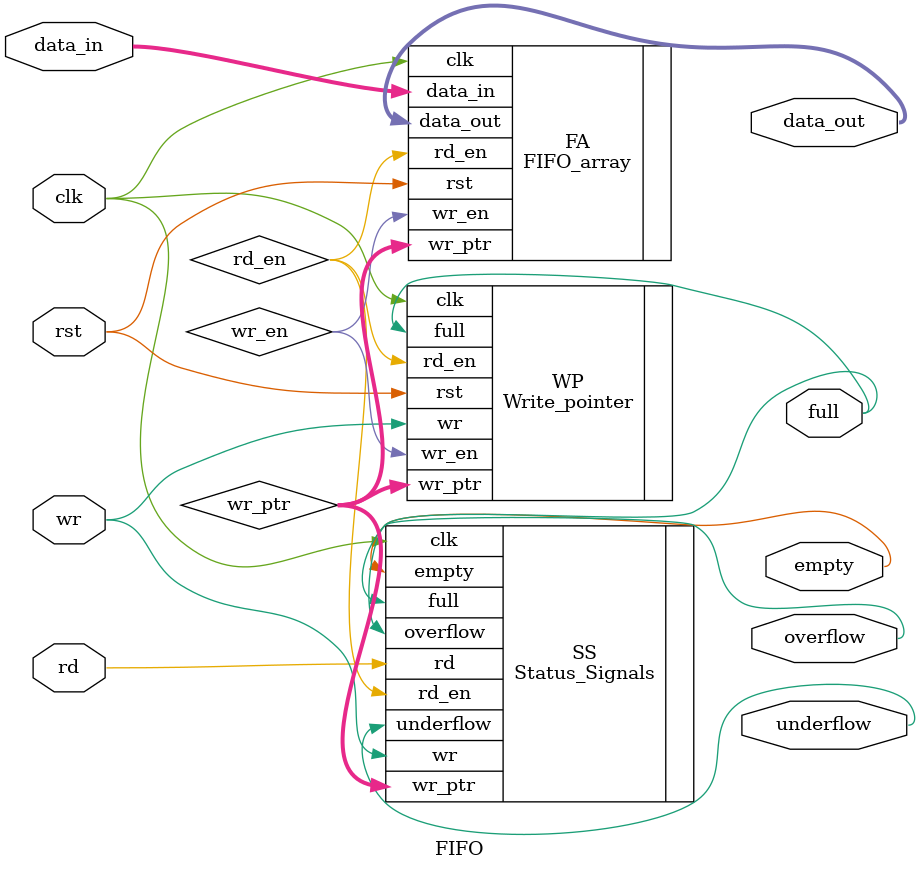
<source format=v>
`timescale 1ns / 1ps
 
// Dependencies: 
// 
// Revision:
// Revision 0.01 - File Created
// Additional Comments:
// 
//////////////////////////////////////////////////////////////////////////////////


module FIFO #(parameter depth=32) (data_in,data_out,full,empty,rd,wr,rst,clk,overflow,underflow);
    input[7:0] data_in;
    input clk,rst,rd,wr;
    output [7:0] data_out;
    output full,empty,overflow,underflow; 
    wire [31:0] wr_ptr;
    wire wr_en,rd_en;
    
    Write_pointer WP(.full(full),.clk(clk),.rst(rst),.wr(wr),.wr_ptr(wr_ptr),.wr_en(wr_en),.rd_en(rd_en));
    FIFO_array #(.depth(depth)) FA(.data_in(data_in),.data_out(data_out),.clk(clk),.wr_en(wr_en),.rd_en(rd_en),.wr_ptr(wr_ptr),.rst(rst));   
    Status_Signals #(.depth(depth)) SS(.full(full),.empty(empty),.overflow(overflow),.underflow(underflow),.clk(clk),.wr_ptr(wr_ptr),.wr(wr),.rd(rd),.rd_en(rd_en));
    
endmodule

</source>
